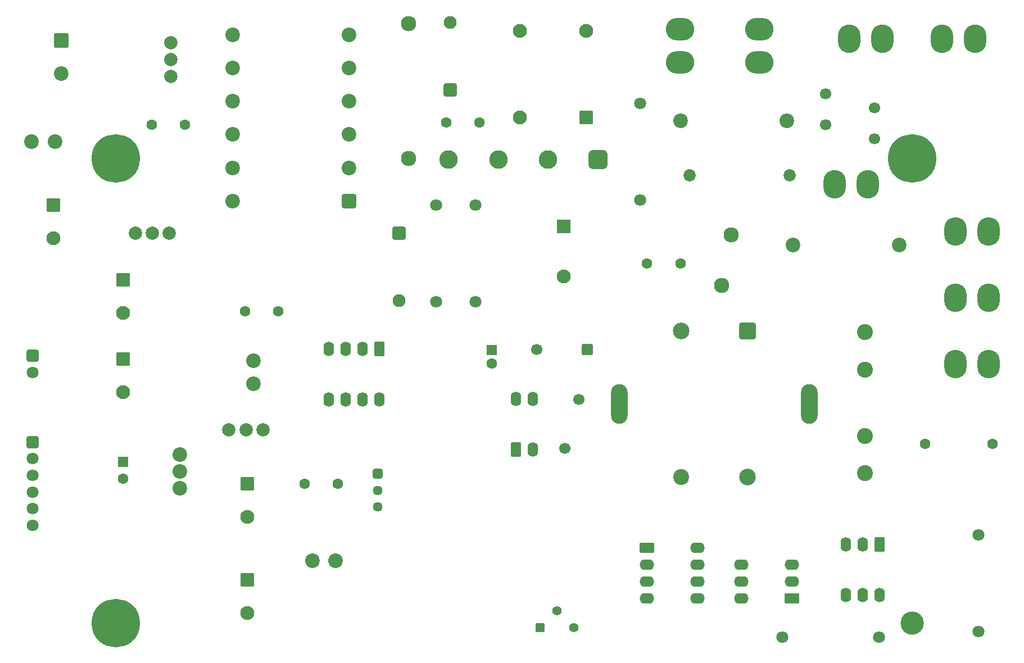
<source format=gbr>
%TF.GenerationSoftware,KiCad,Pcbnew,9.0.7*%
%TF.CreationDate,2026-02-24T00:50:47+09:00*%
%TF.ProjectId,POWER_BD_SV3,504f5745-525f-4424-945f-5356332e6b69,rev?*%
%TF.SameCoordinates,Original*%
%TF.FileFunction,Soldermask,Bot*%
%TF.FilePolarity,Negative*%
%FSLAX46Y46*%
G04 Gerber Fmt 4.6, Leading zero omitted, Abs format (unit mm)*
G04 Created by KiCad (PCBNEW 9.0.7) date 2026-02-24 00:50:47*
%MOMM*%
%LPD*%
G01*
G04 APERTURE LIST*
G04 Aperture macros list*
%AMRoundRect*
0 Rectangle with rounded corners*
0 $1 Rounding radius*
0 $2 $3 $4 $5 $6 $7 $8 $9 X,Y pos of 4 corners*
0 Add a 4 corners polygon primitive as box body*
4,1,4,$2,$3,$4,$5,$6,$7,$8,$9,$2,$3,0*
0 Add four circle primitives for the rounded corners*
1,1,$1+$1,$2,$3*
1,1,$1+$1,$4,$5*
1,1,$1+$1,$6,$7*
1,1,$1+$1,$8,$9*
0 Add four rect primitives between the rounded corners*
20,1,$1+$1,$2,$3,$4,$5,0*
20,1,$1+$1,$4,$5,$6,$7,0*
20,1,$1+$1,$6,$7,$8,$9,0*
20,1,$1+$1,$8,$9,$2,$3,0*%
G04 Aperture macros list end*
%ADD10RoundRect,0.291667X0.758333X-0.758333X0.758333X0.758333X-0.758333X0.758333X-0.758333X-0.758333X0*%
%ADD11C,2.100000*%
%ADD12RoundRect,0.286416X-0.413584X-0.413584X0.413584X-0.413584X0.413584X0.413584X-0.413584X0.413584X0*%
%ADD13C,1.400000*%
%ADD14RoundRect,0.250000X0.550000X-0.850000X0.550000X0.850000X-0.550000X0.850000X-0.550000X-0.850000X0*%
%ADD15O,1.600000X2.200000*%
%ADD16C,1.850000*%
%ADD17C,2.200000*%
%ADD18C,1.600000*%
%ADD19RoundRect,0.262500X-0.787500X0.787500X-0.787500X-0.787500X0.787500X-0.787500X0.787500X0.787500X0*%
%ADD20C,2.000000*%
%ADD21RoundRect,0.500000X0.900000X0.900000X-0.900000X0.900000X-0.900000X-0.900000X0.900000X-0.900000X0*%
%ADD22C,2.800000*%
%ADD23RoundRect,0.216000X-0.684000X0.684000X-0.684000X-0.684000X0.684000X-0.684000X0.684000X0.684000X0*%
%ADD24C,1.800000*%
%ADD25C,1.700000*%
%ADD26RoundRect,0.250000X-0.550000X0.550000X-0.550000X-0.550000X0.550000X-0.550000X0.550000X0.550000X0*%
%ADD27O,3.400000X4.300000*%
%ADD28RoundRect,0.250000X-0.600000X-0.600000X0.600000X-0.600000X0.600000X0.600000X-0.600000X0.600000X0*%
%ADD29RoundRect,0.366667X0.733333X-0.733333X0.733333X0.733333X-0.733333X0.733333X-0.733333X-0.733333X0*%
%ADD30RoundRect,0.250000X-0.475000X0.475000X-0.475000X-0.475000X0.475000X-0.475000X0.475000X0.475000X0*%
%ADD31C,1.450000*%
%ADD32C,3.500000*%
%ADD33RoundRect,0.250000X-0.800000X0.800000X-0.800000X-0.800000X0.800000X-0.800000X0.800000X0.800000X0*%
%ADD34C,7.300000*%
%ADD35O,4.300000X3.400000*%
%ADD36C,2.300000*%
%ADD37C,1.950000*%
%ADD38RoundRect,0.243750X-0.731250X0.731250X-0.731250X-0.731250X0.731250X-0.731250X0.731250X0.731250X0*%
%ADD39RoundRect,0.260417X0.989583X0.989583X-0.989583X0.989583X-0.989583X-0.989583X0.989583X-0.989583X0*%
%ADD40C,2.500000*%
%ADD41C,2.400000*%
%ADD42O,2.500000X6.000000*%
%ADD43RoundRect,0.250000X-0.550000X0.850000X-0.550000X-0.850000X0.550000X-0.850000X0.550000X0.850000X0*%
%ADD44RoundRect,0.229167X-0.870833X0.870833X-0.870833X-0.870833X0.870833X-0.870833X0.870833X0.870833X0*%
%ADD45RoundRect,0.243750X0.731250X-0.731250X0.731250X0.731250X-0.731250X0.731250X-0.731250X-0.731250X0*%
%ADD46RoundRect,0.250000X-0.850000X-0.550000X0.850000X-0.550000X0.850000X0.550000X-0.850000X0.550000X0*%
%ADD47O,2.200000X1.600000*%
%ADD48RoundRect,0.250000X0.850000X0.550000X-0.850000X0.550000X-0.850000X-0.550000X0.850000X-0.550000X0*%
G04 APERTURE END LIST*
D10*
%TO.C,LF1*%
X86900000Y81200000D03*
D11*
X86900000Y94200000D03*
X76900000Y94200000D03*
X76900000Y81200000D03*
%TD*%
D12*
%TO.C,RV2*%
X79930000Y4285000D03*
D13*
X82470000Y6825000D03*
X85010000Y4285000D03*
%TD*%
D14*
%TO.C,U3*%
X76330000Y31175000D03*
D15*
X78870000Y31175000D03*
X78870000Y38795000D03*
X76330000Y38795000D03*
%TD*%
D16*
%TO.C,C3*%
X102500000Y72500000D03*
X117500000Y72500000D03*
%TD*%
D17*
%TO.C,L3*%
X49150000Y14400000D03*
X45650000Y14400000D03*
%TD*%
D18*
%TO.C,C18*%
X49500000Y26000000D03*
X44500000Y26000000D03*
%TD*%
D17*
%TO.C,C33*%
X117100000Y80700000D03*
X101100000Y80700000D03*
%TD*%
%TO.C,U6*%
X25700000Y25260000D03*
X25700000Y27800000D03*
X25700000Y30340000D03*
%TD*%
D19*
%TO.C,C21*%
X17100000Y56700000D03*
D11*
X17100000Y51700000D03*
%TD*%
D20*
%TO.C,D6*%
X18950000Y63700000D03*
X21500000Y63700000D03*
X24050000Y63700000D03*
%TD*%
D21*
%TO.C,D1*%
X88650000Y74800000D03*
D22*
X81150000Y74800000D03*
X73650000Y74800000D03*
X66150000Y74800000D03*
%TD*%
D23*
%TO.C,J2*%
X3500000Y32250000D03*
D24*
X3500000Y29750000D03*
X3500000Y27250000D03*
X3500000Y24750000D03*
X3500000Y22250000D03*
X3500000Y19750000D03*
%TD*%
D25*
%TO.C,C2*%
X130285000Y77950000D03*
X122965000Y80050000D03*
%TD*%
D24*
%TO.C,R4*%
X64237500Y53400000D03*
X64237500Y68000000D03*
%TD*%
D26*
%TO.C,C10*%
X72700000Y46100000D03*
D18*
X72700000Y44100000D03*
%TD*%
D27*
%TO.C,ACL2*%
X126500000Y93000000D03*
X131500000Y93000000D03*
%TD*%
D25*
%TO.C,D4*%
X79390000Y46200000D03*
D28*
X87010000Y46200000D03*
%TD*%
D18*
%TO.C,C7*%
X65800000Y80400000D03*
X70800000Y80400000D03*
%TD*%
%TO.C,C16*%
X21400000Y80100000D03*
X26400000Y80100000D03*
%TD*%
D29*
%TO.C,T2*%
X51150000Y68600000D03*
D17*
X51150000Y73600000D03*
X51150000Y78600000D03*
X51150000Y83600000D03*
X51150000Y88600000D03*
X51150000Y93600000D03*
X33650000Y93600000D03*
X33650000Y88600000D03*
X33650000Y83600000D03*
X33650000Y78600000D03*
X33650000Y73600000D03*
X33650000Y68600000D03*
%TD*%
D24*
%TO.C,R25*%
X146000000Y18300000D03*
X146000000Y3700000D03*
%TD*%
D17*
%TO.C,C32*%
X118000000Y62000000D03*
X134000000Y62000000D03*
%TD*%
%TO.C,L2*%
X36800000Y44550000D03*
X36800000Y41050000D03*
%TD*%
%TO.C,L1*%
X3350000Y77500000D03*
X6850000Y77500000D03*
%TD*%
D24*
%TO.C,R3*%
X70200000Y53400000D03*
X70200000Y68000000D03*
%TD*%
D19*
%TO.C,C24*%
X17100000Y44800000D03*
D11*
X17100000Y39800000D03*
%TD*%
D30*
%TO.C,VR1*%
X55500000Y27500000D03*
D31*
X55500000Y25000000D03*
X55500000Y22500000D03*
%TD*%
D32*
%TO.C,H4*%
X136000000Y5000000D03*
%TD*%
D33*
%TO.C,C4*%
X83500000Y64750000D03*
D11*
X83500000Y57250000D03*
%TD*%
D20*
%TO.C,D5*%
X24300000Y92450000D03*
X24300000Y89900000D03*
X24300000Y87350000D03*
%TD*%
D27*
%TO.C,FG1*%
X124300000Y71100000D03*
X129300000Y71100000D03*
%TD*%
D20*
%TO.C,D7*%
X33075000Y34100000D03*
X35625000Y34100000D03*
X38175000Y34100000D03*
%TD*%
D18*
%TO.C,C17*%
X40500000Y52000000D03*
X35500000Y52000000D03*
%TD*%
D34*
%TO.C,H2*%
X16000000Y75000000D03*
%TD*%
D35*
%TO.C,ACN1*%
X101000000Y89500000D03*
X101000000Y94500000D03*
%TD*%
D26*
%TO.C,C29*%
X17100000Y29250000D03*
D18*
X17100000Y26750000D03*
%TD*%
D34*
%TO.C,H3*%
X16000000Y5000000D03*
%TD*%
%TO.C,H1*%
X136000000Y75000000D03*
%TD*%
D36*
%TO.C,RV1*%
X108750000Y63510000D03*
X107250000Y55890000D03*
%TD*%
D37*
%TO.C,D2*%
X66400000Y95480000D03*
D38*
X66400000Y85320000D03*
%TD*%
D25*
%TO.C,C1*%
X122955000Y84750000D03*
X130275000Y82650000D03*
%TD*%
D39*
%TO.C,T1*%
X111200000Y49000000D03*
D40*
X101200000Y49000000D03*
D41*
X101200000Y27000000D03*
D40*
X111200000Y27000000D03*
D42*
X91900000Y38000000D03*
X120500000Y38000000D03*
%TD*%
D36*
%TO.C,R5*%
X60100000Y75040000D03*
X60100000Y95360000D03*
%TD*%
D35*
%TO.C,ACL1*%
X113000000Y89500000D03*
X113000000Y94500000D03*
%TD*%
D27*
%TO.C,A1*%
X142500000Y54000000D03*
X147500000Y54000000D03*
%TD*%
D43*
%TO.C,U2*%
X131070000Y16820000D03*
D15*
X128530000Y16820000D03*
X125990000Y16820000D03*
X125990000Y9200000D03*
X128530000Y9200000D03*
X131070000Y9200000D03*
%TD*%
D27*
%TO.C,G1*%
X142500000Y44000000D03*
X147500000Y44000000D03*
%TD*%
D24*
%TO.C,R24*%
X116400000Y2900000D03*
X131000000Y2900000D03*
%TD*%
D27*
%TO.C,A2*%
X142500000Y64000000D03*
X147500000Y64000000D03*
%TD*%
D18*
%TO.C,F2*%
X101140000Y59200000D03*
X96060000Y59200000D03*
%TD*%
D19*
%TO.C,C23*%
X6600000Y68000000D03*
D11*
X6600000Y63000000D03*
%TD*%
D44*
%TO.C,C20*%
X7800000Y92800000D03*
D17*
X7800000Y87800000D03*
%TD*%
D24*
%TO.C,R1*%
X95000000Y68700000D03*
X95000000Y83300000D03*
%TD*%
D37*
%TO.C,D3*%
X58725000Y53570000D03*
D45*
X58725000Y63730000D03*
%TD*%
D41*
%TO.C,C31*%
X128900000Y27600000D03*
X128900000Y48800000D03*
X128900000Y33200000D03*
X128900000Y43200000D03*
%TD*%
D19*
%TO.C,C25*%
X35800000Y11500000D03*
D11*
X35800000Y6500000D03*
%TD*%
D46*
%TO.C,U4*%
X95990000Y16310000D03*
D47*
X95990000Y13770000D03*
X95990000Y11230000D03*
X95990000Y8690000D03*
X103610000Y8690000D03*
X103610000Y11230000D03*
X103610000Y13770000D03*
X103610000Y16310000D03*
%TD*%
D48*
%TO.C,U5*%
X117910000Y8724000D03*
D47*
X117910000Y11264000D03*
X117910000Y13804000D03*
X110290000Y13804000D03*
X110290000Y11264000D03*
X110290000Y8724000D03*
%TD*%
D23*
%TO.C,J3*%
X3500000Y45250000D03*
D24*
X3500000Y42750000D03*
%TD*%
D43*
%TO.C,U1*%
X55710000Y46310000D03*
D15*
X53170000Y46310000D03*
X50630000Y46310000D03*
X48090000Y46310000D03*
X48090000Y38690000D03*
X50630000Y38690000D03*
X53170000Y38690000D03*
X55710000Y38690000D03*
%TD*%
D18*
%TO.C,R26*%
X137920000Y32000000D03*
X148080000Y32000000D03*
%TD*%
D27*
%TO.C,ACN2*%
X140500000Y93000000D03*
X145500000Y93000000D03*
%TD*%
D19*
%TO.C,C22*%
X35800000Y26000000D03*
D11*
X35800000Y21000000D03*
%TD*%
D25*
%TO.C,C14*%
X85750000Y38660000D03*
X83650000Y31340000D03*
%TD*%
M02*

</source>
